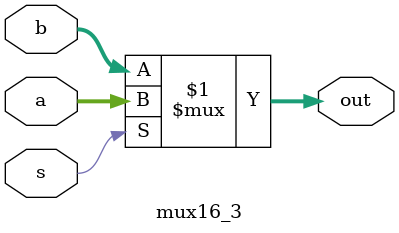
<source format=sv>
module mux16_3(input s, input [15:0] a, input [15:0] b, output [15:0] out);
  assign out = s ? a : b;
endmodule

</source>
